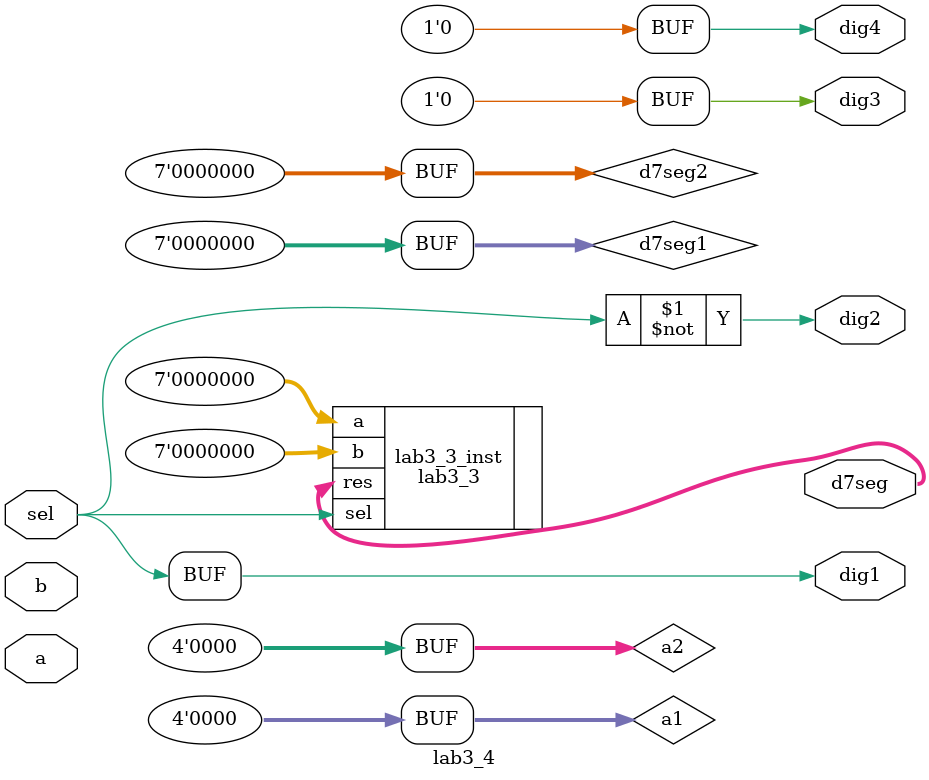
<source format=sv>
module lab3_4
(
	input [3:0] a, b,
	input sel,
	output [6:0] d7seg,
	output dig4, dig3, dig2, dig1
);
	
	reg [3:0] a1 = 4'd0;
	reg [3:0] a2 = 4'd0;
	reg [6:0] d7seg1 = 7'd0;
	reg [6:0] d7seg2 = 7'd0;



	lab3_1 #(.W(4)) lab3_1_inst (.a(a), .b(b), .dmin(a1), .dmax(a2));
	
	lab3_2 lab3_2_inst1 (.a(a1), .d7seg(d7seg1));
	
	lab3_2 lab3_2_inst2 (.a(a2), .d7seg(d7seg2));
	
	lab3_3 #(.W(7)) lab3_3_inst (.a(d7seg1), .b(d7seg2), .sel(sel), .res(d7seg)); 
	
	assign dig1 = sel;
	assign dig2 = ~sel;
	assign dig3 = 1'b0;
	assign dig4 = 1'b0; 


endmodule

</source>
